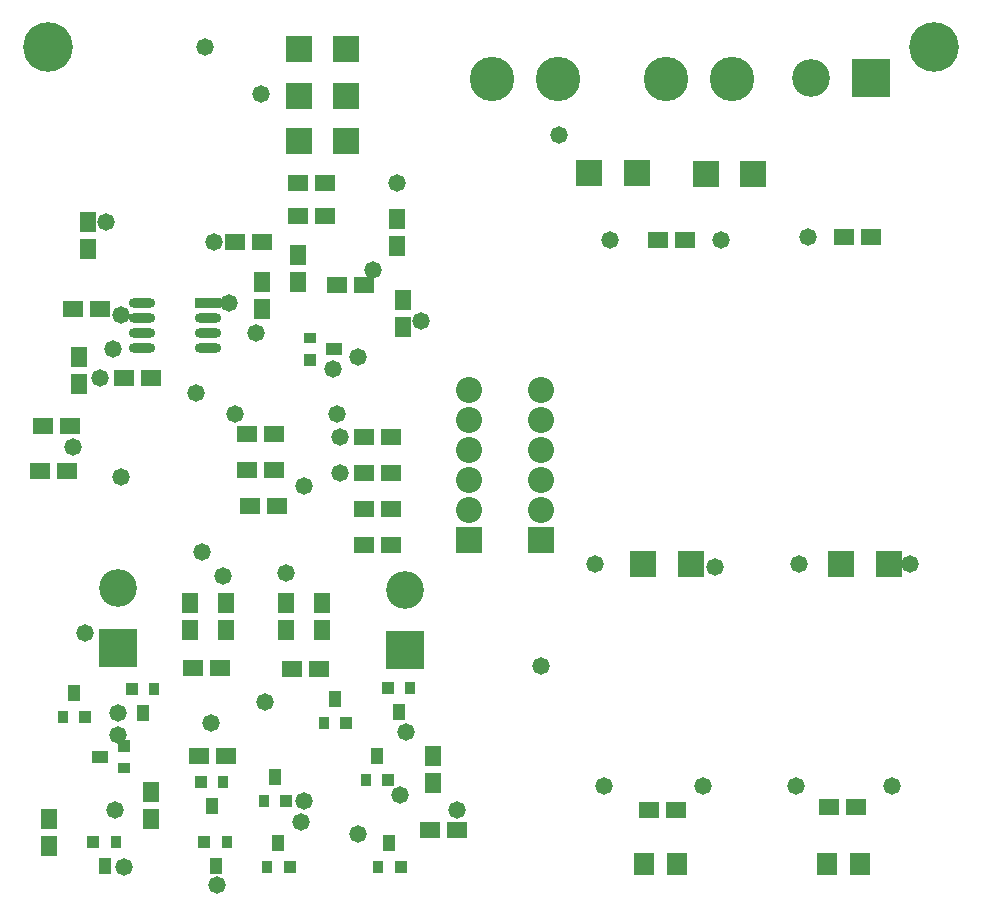
<source format=gbs>
G04 Layer_Color=16711935*
%FSLAX25Y25*%
%MOIN*%
G70*
G01*
G75*
%ADD53R,0.05800X0.06800*%
%ADD61R,0.06800X0.05800*%
%ADD65R,0.08674X0.08674*%
%ADD66C,0.08674*%
%ADD67C,0.14800*%
%ADD68R,0.12611X0.12611*%
%ADD69C,0.12611*%
%ADD70C,0.16548*%
%ADD71R,0.12611X0.12611*%
%ADD72C,0.05800*%
%ADD73O,0.08800X0.03200*%
%ADD74R,0.08800X0.03200*%
%ADD75R,0.08674X0.08674*%
%ADD76R,0.07000X0.07800*%
%ADD77R,0.05800X0.04400*%
%ADD78R,0.04400X0.04400*%
%ADD79R,0.04400X0.03800*%
%ADD80R,0.03800X0.04400*%
%ADD81R,0.04400X0.04400*%
%ADD82R,0.04400X0.05800*%
D53*
X394006Y370000D02*
D03*
Y379000D02*
D03*
X397006Y415000D02*
D03*
Y424000D02*
D03*
X431132Y297000D02*
D03*
Y288000D02*
D03*
X443132Y297000D02*
D03*
Y288000D02*
D03*
X475132Y297000D02*
D03*
Y288000D02*
D03*
X463132Y297000D02*
D03*
Y288000D02*
D03*
X500126Y416000D02*
D03*
Y425000D02*
D03*
X467120Y413000D02*
D03*
Y404000D02*
D03*
X502120Y398000D02*
D03*
Y389000D02*
D03*
X383994Y216000D02*
D03*
Y225000D02*
D03*
X418006Y234000D02*
D03*
Y225000D02*
D03*
X512006Y246000D02*
D03*
Y237000D02*
D03*
X455006Y395000D02*
D03*
Y404000D02*
D03*
D61*
X390000Y341000D02*
D03*
X381000D02*
D03*
X391000Y356000D02*
D03*
X382000D02*
D03*
X392000Y395000D02*
D03*
X401000D02*
D03*
X409000Y371994D02*
D03*
X418000D02*
D03*
X455000Y417006D02*
D03*
X446000D02*
D03*
X432126Y275006D02*
D03*
X441126D02*
D03*
X474126Y274994D02*
D03*
X465126D02*
D03*
X593000Y228000D02*
D03*
X584000D02*
D03*
X596000Y418000D02*
D03*
X587000D02*
D03*
X653000Y229000D02*
D03*
X644000D02*
D03*
X658000Y419000D02*
D03*
X649000D02*
D03*
X467126Y437000D02*
D03*
X476126D02*
D03*
X467126Y426000D02*
D03*
X476126D02*
D03*
X480126Y402994D02*
D03*
X489126D02*
D03*
Y316006D02*
D03*
X498126D02*
D03*
X489126Y328006D02*
D03*
X498126D02*
D03*
X489126Y340006D02*
D03*
X498126D02*
D03*
X489126Y352006D02*
D03*
X498126D02*
D03*
X450126Y353006D02*
D03*
X459126D02*
D03*
X450126Y341006D02*
D03*
X459126D02*
D03*
X443000Y245994D02*
D03*
X434000D02*
D03*
X451126Y329006D02*
D03*
X460126D02*
D03*
X511000Y221006D02*
D03*
X520000D02*
D03*
D65*
X524000Y318000D02*
D03*
X548000D02*
D03*
D66*
X524000Y328000D02*
D03*
Y338000D02*
D03*
Y348000D02*
D03*
Y358000D02*
D03*
Y368000D02*
D03*
X548000D02*
D03*
Y358000D02*
D03*
Y348000D02*
D03*
Y338000D02*
D03*
Y328000D02*
D03*
D67*
X611677Y471441D02*
D03*
X589677D02*
D03*
X553677D02*
D03*
X531677D02*
D03*
D68*
X658213Y471905D02*
D03*
D69*
X638213D02*
D03*
X407031Y301787D02*
D03*
X502952Y301189D02*
D03*
D70*
X679134Y482283D02*
D03*
X383858D02*
D03*
D71*
X407031Y281787D02*
D03*
X502952Y281189D02*
D03*
D72*
X401000Y372000D02*
D03*
X501000Y233000D02*
D03*
X408000Y339000D02*
D03*
X392000Y349000D02*
D03*
X433000Y367000D02*
D03*
X435000Y314000D02*
D03*
X439006Y417006D02*
D03*
X403000Y424000D02*
D03*
X508000Y391000D02*
D03*
X454724Y466535D02*
D03*
X436024Y482283D02*
D03*
X548000Y276000D02*
D03*
X665000Y236000D02*
D03*
X602000D02*
D03*
X633000D02*
D03*
X569000D02*
D03*
X634000Y310000D02*
D03*
X566000D02*
D03*
X671000D02*
D03*
X606000Y309000D02*
D03*
X554000Y453000D02*
D03*
X637000Y419000D02*
D03*
X608000Y418000D02*
D03*
X571000D02*
D03*
X442126Y306000D02*
D03*
X463126Y307000D02*
D03*
X500126Y437000D02*
D03*
X446126Y360000D02*
D03*
X440126Y203000D02*
D03*
X409126Y209000D02*
D03*
X406000Y228000D02*
D03*
X487000Y220000D02*
D03*
X468000Y224000D02*
D03*
X520000Y228000D02*
D03*
X492000Y408000D02*
D03*
X453006Y386994D02*
D03*
X407028Y260028D02*
D03*
X503000Y254000D02*
D03*
X478880Y375000D02*
D03*
X438000Y257000D02*
D03*
X456000Y264000D02*
D03*
X481000Y352006D02*
D03*
X469000Y231000D02*
D03*
X480994Y340006D02*
D03*
X469000Y336000D02*
D03*
X407000Y253000D02*
D03*
X396000Y287000D02*
D03*
X480000Y360000D02*
D03*
X444000Y397000D02*
D03*
X487000Y379000D02*
D03*
X408000Y393000D02*
D03*
X405500Y381500D02*
D03*
D73*
X415126Y397000D02*
D03*
Y392000D02*
D03*
Y387000D02*
D03*
Y382000D02*
D03*
X437126D02*
D03*
Y387000D02*
D03*
Y392000D02*
D03*
D74*
Y397000D02*
D03*
D75*
X618748Y440000D02*
D03*
X603000D02*
D03*
X648252Y310000D02*
D03*
X664000D02*
D03*
X582252D02*
D03*
X598000D02*
D03*
X564252Y440006D02*
D03*
X580000D02*
D03*
X483126Y481500D02*
D03*
X467378D02*
D03*
X483126Y466000D02*
D03*
X467378D02*
D03*
Y451000D02*
D03*
X483126D02*
D03*
D76*
X654600Y210000D02*
D03*
X643400D02*
D03*
X593600D02*
D03*
X582400D02*
D03*
D77*
X479098Y381575D02*
D03*
X401028Y245425D02*
D03*
D78*
X471098Y377776D02*
D03*
X409028Y249224D02*
D03*
D79*
X471098Y385276D02*
D03*
X409028Y241724D02*
D03*
D80*
X406401Y217028D02*
D03*
X493851Y208972D02*
D03*
X419276Y268028D02*
D03*
X388775Y258972D02*
D03*
X443401Y217028D02*
D03*
X489724Y237972D02*
D03*
X475725Y256972D02*
D03*
X504523Y268528D02*
D03*
X442275Y237028D02*
D03*
X456850Y208972D02*
D03*
X455724Y230972D02*
D03*
D81*
X398902Y217028D02*
D03*
X501350Y208972D02*
D03*
X411775Y268028D02*
D03*
X396275Y258972D02*
D03*
X435901Y217028D02*
D03*
X497225Y237972D02*
D03*
X483224Y256972D02*
D03*
X497023Y268528D02*
D03*
X434775Y237028D02*
D03*
X464351Y208972D02*
D03*
X463225Y230972D02*
D03*
D82*
X402702Y209028D02*
D03*
X497550Y216972D02*
D03*
X415576Y260028D02*
D03*
X392476Y266972D02*
D03*
X439702Y209028D02*
D03*
X493425Y245972D02*
D03*
X479424Y264972D02*
D03*
X500823Y260528D02*
D03*
X438576Y229028D02*
D03*
X460550Y216972D02*
D03*
X459424Y238972D02*
D03*
M02*

</source>
